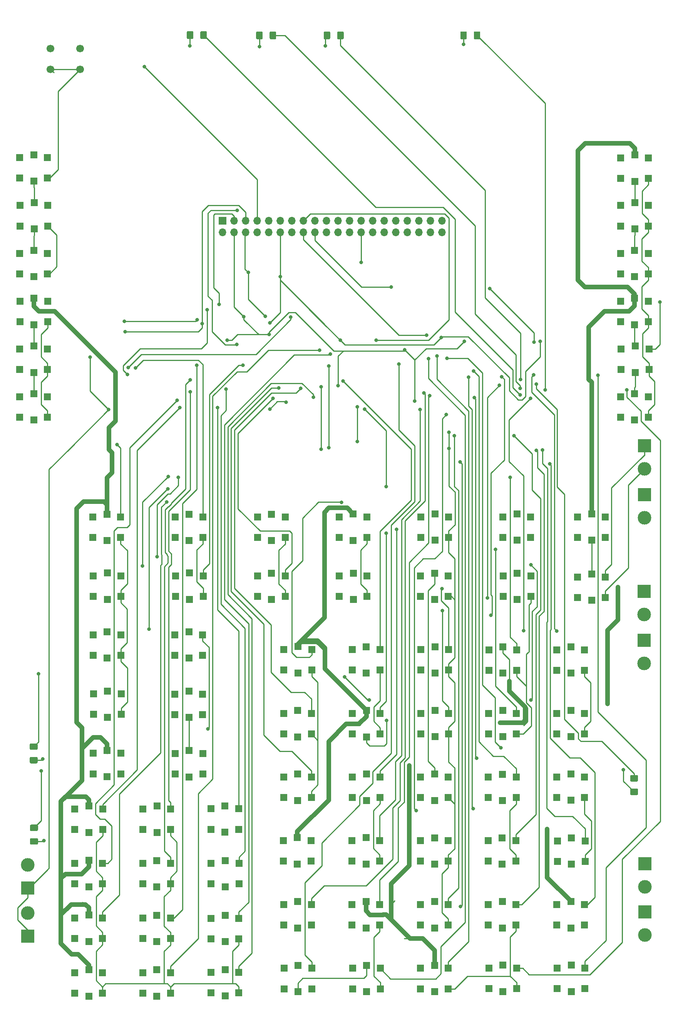
<source format=gtl>
%TF.GenerationSoftware,KiCad,Pcbnew,(5.1.10)-1*%
%TF.CreationDate,2022-01-05T11:20:31+00:00*%
%TF.ProjectId,opena3xx-mcdu,6f70656e-6133-4787-982d-6d6364752e6b,0.1*%
%TF.SameCoordinates,Original*%
%TF.FileFunction,Copper,L1,Top*%
%TF.FilePolarity,Positive*%
%FSLAX46Y46*%
G04 Gerber Fmt 4.6, Leading zero omitted, Abs format (unit mm)*
G04 Created by KiCad (PCBNEW (5.1.10)-1) date 2022-01-05 11:20:31*
%MOMM*%
%LPD*%
G01*
G04 APERTURE LIST*
%TA.AperFunction,ComponentPad*%
%ADD10C,3.000000*%
%TD*%
%TA.AperFunction,ComponentPad*%
%ADD11R,3.000000X3.000000*%
%TD*%
%TA.AperFunction,ComponentPad*%
%ADD12R,1.524000X1.524000*%
%TD*%
%TA.AperFunction,ComponentPad*%
%ADD13C,1.700000*%
%TD*%
%TA.AperFunction,ComponentPad*%
%ADD14O,1.700000X1.700000*%
%TD*%
%TA.AperFunction,ComponentPad*%
%ADD15R,1.700000X1.700000*%
%TD*%
%TA.AperFunction,ViaPad*%
%ADD16C,0.800000*%
%TD*%
%TA.AperFunction,Conductor*%
%ADD17C,0.250000*%
%TD*%
%TA.AperFunction,Conductor*%
%ADD18C,1.000000*%
%TD*%
G04 APERTURE END LIST*
D10*
X173507400Y-227352460D03*
D11*
X173507400Y-222272460D03*
D12*
X70168000Y-161328000D03*
X76268000Y-161328000D03*
X70168000Y-165828000D03*
X76268000Y-165828000D03*
X73268000Y-160678000D03*
X73268000Y-166478000D03*
D10*
X173380000Y-167589000D03*
D11*
X173380000Y-162509000D03*
D12*
X142304000Y-135420000D03*
X148404000Y-135420000D03*
X142304000Y-139920000D03*
X148404000Y-139920000D03*
X145404000Y-134770000D03*
X145404000Y-140570000D03*
X127370000Y-140570000D03*
X127370000Y-134770000D03*
X130370000Y-139920000D03*
X124270000Y-139920000D03*
X130370000Y-135420000D03*
X124270000Y-135420000D03*
D10*
X173380000Y-156896000D03*
D11*
X173380000Y-151816000D03*
D12*
X39145600Y-82657600D03*
X39145600Y-76857600D03*
X42145600Y-82007600D03*
X36045600Y-82007600D03*
X42145600Y-77507600D03*
X36045600Y-77507600D03*
X161812000Y-153778000D03*
X161812000Y-147978000D03*
X164812000Y-153128000D03*
X158712000Y-153128000D03*
X164812000Y-148628000D03*
X158712000Y-148628000D03*
X161812000Y-140570000D03*
X161812000Y-134770000D03*
X164812000Y-139920000D03*
X158712000Y-139920000D03*
X164812000Y-135420000D03*
X158712000Y-135420000D03*
D10*
X173469000Y-124841000D03*
D11*
X173469000Y-119761000D03*
D10*
X173469000Y-135636000D03*
D11*
X173469000Y-130556000D03*
D12*
X51272000Y-204755000D03*
X51272000Y-198955000D03*
X54272000Y-204105000D03*
X48172000Y-204105000D03*
X54272000Y-199605000D03*
X48172000Y-199605000D03*
D13*
X42824400Y-37033200D03*
X49324400Y-37033200D03*
X42824400Y-32533200D03*
X49324400Y-32533200D03*
D12*
X55259000Y-192538000D03*
X55259000Y-186738000D03*
X58259000Y-191888000D03*
X52159000Y-191888000D03*
X58259000Y-187388000D03*
X52159000Y-187388000D03*
X55361000Y-179482000D03*
X55361000Y-173682000D03*
X58361000Y-178832000D03*
X52261000Y-178832000D03*
X58361000Y-174332000D03*
X52261000Y-174332000D03*
X73319000Y-192563000D03*
X73319000Y-186763000D03*
X76319000Y-191913000D03*
X70219000Y-191913000D03*
X76319000Y-187413000D03*
X70219000Y-187413000D03*
X73243000Y-179508000D03*
X73243000Y-173708000D03*
X76243000Y-178858000D03*
X70143000Y-178858000D03*
X76243000Y-174358000D03*
X70143000Y-174358000D03*
X157342000Y-239757000D03*
X157342000Y-233957000D03*
X160342000Y-239107000D03*
X154242000Y-239107000D03*
X160342000Y-234607000D03*
X154242000Y-234607000D03*
X142305000Y-239757000D03*
X142305000Y-233957000D03*
X145305000Y-239107000D03*
X139205000Y-239107000D03*
X145305000Y-234607000D03*
X139205000Y-234607000D03*
X127294000Y-239782000D03*
X127294000Y-233982000D03*
X130294000Y-239132000D03*
X124194000Y-239132000D03*
X130294000Y-234632000D03*
X124194000Y-234632000D03*
X112333000Y-239782000D03*
X112333000Y-233982000D03*
X115333000Y-239132000D03*
X109233000Y-239132000D03*
X115333000Y-234632000D03*
X109233000Y-234632000D03*
X97271000Y-239782000D03*
X97271000Y-233982000D03*
X100271000Y-239132000D03*
X94171000Y-239132000D03*
X100271000Y-234632000D03*
X94171000Y-234632000D03*
X157266000Y-225787000D03*
X157266000Y-219987000D03*
X160266000Y-225137000D03*
X154166000Y-225137000D03*
X160266000Y-220637000D03*
X154166000Y-220637000D03*
X142178000Y-225761000D03*
X142178000Y-219961000D03*
X145178000Y-225111000D03*
X139078000Y-225111000D03*
X145178000Y-220611000D03*
X139078000Y-220611000D03*
X127294000Y-225787000D03*
X127294000Y-219987000D03*
X130294000Y-225137000D03*
X124194000Y-225137000D03*
X130294000Y-220637000D03*
X124194000Y-220637000D03*
X112206000Y-225787000D03*
X112206000Y-219987000D03*
X115206000Y-225137000D03*
X109106000Y-225137000D03*
X115206000Y-220637000D03*
X109106000Y-220637000D03*
X97169000Y-225761000D03*
X97169000Y-219961000D03*
X100169000Y-225111000D03*
X94069000Y-225111000D03*
X100169000Y-220611000D03*
X94069000Y-220611000D03*
X157367000Y-211766000D03*
X157367000Y-205966000D03*
X160367000Y-211116000D03*
X154267000Y-211116000D03*
X160367000Y-206616000D03*
X154267000Y-206616000D03*
X142153000Y-211740000D03*
X142153000Y-205940000D03*
X145153000Y-211090000D03*
X139053000Y-211090000D03*
X145153000Y-206590000D03*
X139053000Y-206590000D03*
X127294000Y-211740000D03*
X127294000Y-205940000D03*
X130294000Y-211090000D03*
X124194000Y-211090000D03*
X130294000Y-206590000D03*
X124194000Y-206590000D03*
X112206000Y-211715000D03*
X112206000Y-205915000D03*
X115206000Y-211065000D03*
X109106000Y-211065000D03*
X115206000Y-206565000D03*
X109106000Y-206565000D03*
X97093000Y-211715000D03*
X97093000Y-205915000D03*
X100093000Y-211065000D03*
X93993000Y-211065000D03*
X100093000Y-206565000D03*
X93993000Y-206565000D03*
X157240000Y-197720000D03*
X157240000Y-191920000D03*
X160240000Y-197070000D03*
X154140000Y-197070000D03*
X160240000Y-192570000D03*
X154140000Y-192570000D03*
X142204000Y-197770000D03*
X142204000Y-191970000D03*
X145204000Y-197120000D03*
X139104000Y-197120000D03*
X145204000Y-192620000D03*
X139104000Y-192620000D03*
X127268000Y-197745000D03*
X127268000Y-191945000D03*
X130268000Y-197095000D03*
X124168000Y-197095000D03*
X130268000Y-192595000D03*
X124168000Y-192595000D03*
X112308000Y-197745000D03*
X112308000Y-191945000D03*
X115308000Y-197095000D03*
X109208000Y-197095000D03*
X115308000Y-192595000D03*
X109208000Y-192595000D03*
X97195000Y-197745000D03*
X97195000Y-191945000D03*
X100195000Y-197095000D03*
X94095000Y-197095000D03*
X100195000Y-192595000D03*
X94095000Y-192595000D03*
X157240000Y-183750000D03*
X157240000Y-177950000D03*
X160240000Y-183100000D03*
X154140000Y-183100000D03*
X160240000Y-178600000D03*
X154140000Y-178600000D03*
X142280000Y-183750000D03*
X142280000Y-177950000D03*
X145280000Y-183100000D03*
X139180000Y-183100000D03*
X145280000Y-178600000D03*
X139180000Y-178600000D03*
X127345000Y-183750000D03*
X127345000Y-177950000D03*
X130345000Y-183100000D03*
X124245000Y-183100000D03*
X130345000Y-178600000D03*
X124245000Y-178600000D03*
X112308000Y-183775000D03*
X112308000Y-177975000D03*
X115308000Y-183125000D03*
X109208000Y-183125000D03*
X115308000Y-178625000D03*
X109208000Y-178625000D03*
X97169000Y-183775000D03*
X97169000Y-177975000D03*
X100169000Y-183125000D03*
X94069000Y-183125000D03*
X100169000Y-178625000D03*
X94069000Y-178625000D03*
X157266000Y-169780000D03*
X157266000Y-163980000D03*
X160266000Y-169130000D03*
X154166000Y-169130000D03*
X160266000Y-164630000D03*
X154166000Y-164630000D03*
X142305000Y-169780000D03*
X142305000Y-163980000D03*
X145305000Y-169130000D03*
X139205000Y-169130000D03*
X145305000Y-164630000D03*
X139205000Y-164630000D03*
X127345000Y-169754000D03*
X127345000Y-163954000D03*
X130345000Y-169104000D03*
X124245000Y-169104000D03*
X130345000Y-164604000D03*
X124245000Y-164604000D03*
X112257000Y-169754000D03*
X112257000Y-163954000D03*
X115257000Y-169104000D03*
X109157000Y-169104000D03*
X115257000Y-164604000D03*
X109157000Y-164604000D03*
X97246000Y-169729000D03*
X97246000Y-163929000D03*
X100246000Y-169079000D03*
X94146000Y-169079000D03*
X100246000Y-164579000D03*
X94146000Y-164579000D03*
X81218000Y-240696000D03*
X81218000Y-234896000D03*
X84218000Y-240046000D03*
X78118000Y-240046000D03*
X84218000Y-235546000D03*
X78118000Y-235546000D03*
X66192000Y-240750000D03*
X66192000Y-234950000D03*
X69192000Y-240100000D03*
X63092000Y-240100000D03*
X69192000Y-235600000D03*
X63092000Y-235600000D03*
X51232000Y-240750000D03*
X51232000Y-234950000D03*
X54232000Y-240100000D03*
X48132000Y-240100000D03*
X54232000Y-235600000D03*
X48132000Y-235600000D03*
X81218000Y-228784000D03*
X81218000Y-222984000D03*
X84218000Y-228134000D03*
X78118000Y-228134000D03*
X84218000Y-223634000D03*
X78118000Y-223634000D03*
X66181000Y-228758000D03*
X66181000Y-222958000D03*
X69181000Y-228108000D03*
X63081000Y-228108000D03*
X69181000Y-223608000D03*
X63081000Y-223608000D03*
X51246000Y-228733000D03*
X51246000Y-222933000D03*
X54246000Y-228083000D03*
X48146000Y-228083000D03*
X54246000Y-223583000D03*
X48146000Y-223583000D03*
X81244000Y-216744000D03*
X81244000Y-210944000D03*
X84244000Y-216094000D03*
X78144000Y-216094000D03*
X84244000Y-211594000D03*
X78144000Y-211594000D03*
X66181000Y-216744000D03*
X66181000Y-210944000D03*
X69181000Y-216094000D03*
X63081000Y-216094000D03*
X69181000Y-211594000D03*
X63081000Y-211594000D03*
X51246000Y-216719000D03*
X51246000Y-210919000D03*
X54246000Y-216069000D03*
X48146000Y-216069000D03*
X54246000Y-211569000D03*
X48146000Y-211569000D03*
X81193000Y-204730000D03*
X81193000Y-198930000D03*
X84193000Y-204080000D03*
X78093000Y-204080000D03*
X84193000Y-199580000D03*
X78093000Y-199580000D03*
X66232000Y-204755000D03*
X66232000Y-198955000D03*
X69232000Y-204105000D03*
X63132000Y-204105000D03*
X69232000Y-199605000D03*
X63132000Y-199605000D03*
X55285000Y-166478000D03*
X55285000Y-160678000D03*
X58285000Y-165828000D03*
X52185000Y-165828000D03*
X58285000Y-161328000D03*
X52185000Y-161328000D03*
X145429000Y-153574000D03*
X145429000Y-147774000D03*
X148429000Y-152924000D03*
X142329000Y-152924000D03*
X148429000Y-148424000D03*
X142329000Y-148424000D03*
X127294000Y-153574000D03*
X127294000Y-147774000D03*
X130294000Y-152924000D03*
X124194000Y-152924000D03*
X130294000Y-148424000D03*
X124194000Y-148424000D03*
X109412000Y-153574000D03*
X109412000Y-147774000D03*
X112412000Y-152924000D03*
X106312000Y-152924000D03*
X112412000Y-148424000D03*
X106312000Y-148424000D03*
X91429000Y-153574000D03*
X91429000Y-147774000D03*
X94429000Y-152924000D03*
X88329000Y-152924000D03*
X94429000Y-148424000D03*
X88329000Y-148424000D03*
X73395000Y-153549000D03*
X73395000Y-147749000D03*
X76395000Y-152899000D03*
X70295000Y-152899000D03*
X76395000Y-148399000D03*
X70295000Y-148399000D03*
X55310000Y-153549000D03*
X55310000Y-147749000D03*
X58310000Y-152899000D03*
X52210000Y-152899000D03*
X58310000Y-148399000D03*
X52210000Y-148399000D03*
X109387000Y-140595000D03*
X109387000Y-134795000D03*
X112387000Y-139945000D03*
X106287000Y-139945000D03*
X112387000Y-135445000D03*
X106287000Y-135445000D03*
X91429000Y-140620000D03*
X91429000Y-134820000D03*
X94429000Y-139970000D03*
X88329000Y-139970000D03*
X94429000Y-135470000D03*
X88329000Y-135470000D03*
X73319000Y-140620000D03*
X73319000Y-134820000D03*
X76319000Y-139970000D03*
X70219000Y-139970000D03*
X76319000Y-135470000D03*
X70219000Y-135470000D03*
X55234000Y-140620000D03*
X55234000Y-134820000D03*
X58234000Y-139970000D03*
X52134000Y-139970000D03*
X58234000Y-135470000D03*
X52134000Y-135470000D03*
X171261000Y-114154000D03*
X171261000Y-108354000D03*
X174261000Y-113504000D03*
X168161000Y-113504000D03*
X174261000Y-109004000D03*
X168161000Y-109004000D03*
X171414000Y-103688800D03*
X171414000Y-97888800D03*
X174414000Y-103038800D03*
X168314000Y-103038800D03*
X174414000Y-98538800D03*
X168314000Y-98538800D03*
X171261000Y-93173200D03*
X171261000Y-87373200D03*
X174261000Y-92523200D03*
X168161000Y-92523200D03*
X174261000Y-88023200D03*
X168161000Y-88023200D03*
X171276000Y-82657600D03*
X171276000Y-76857600D03*
X174276000Y-82007600D03*
X168176000Y-82007600D03*
X174276000Y-77507600D03*
X168176000Y-77507600D03*
X171312000Y-72142000D03*
X171312000Y-66342000D03*
X174312000Y-71492000D03*
X168212000Y-71492000D03*
X174312000Y-66992000D03*
X168212000Y-66992000D03*
X171312000Y-61677200D03*
X171312000Y-55877200D03*
X174312000Y-61027200D03*
X168212000Y-61027200D03*
X174312000Y-56527200D03*
X168212000Y-56527200D03*
X39130400Y-114154000D03*
X39130400Y-108354000D03*
X42130400Y-113504000D03*
X36030400Y-113504000D03*
X42130400Y-109004000D03*
X36030400Y-109004000D03*
X39120200Y-103688800D03*
X39120200Y-97888800D03*
X42120200Y-103038800D03*
X36020200Y-103038800D03*
X42120200Y-98538800D03*
X36020200Y-98538800D03*
X39181200Y-93173200D03*
X39181200Y-87373200D03*
X42181200Y-92523200D03*
X36081200Y-92523200D03*
X42181200Y-88023200D03*
X36081200Y-88023200D03*
X39232000Y-72142000D03*
X39232000Y-66342000D03*
X42232000Y-71492000D03*
X36132000Y-71492000D03*
X42232000Y-66992000D03*
X36132000Y-66992000D03*
X39130400Y-61626400D03*
X39130400Y-55826400D03*
X42130400Y-60976400D03*
X36030400Y-60976400D03*
X42130400Y-56476400D03*
X36030400Y-56476400D03*
D10*
X173507400Y-216735460D03*
D11*
X173507400Y-211655460D03*
D14*
X128904600Y-72847200D03*
X128904600Y-70307200D03*
X126364600Y-72847200D03*
X126364600Y-70307200D03*
X123824600Y-72847200D03*
X123824600Y-70307200D03*
X121284600Y-72847200D03*
X121284600Y-70307200D03*
X118744600Y-72847200D03*
X118744600Y-70307200D03*
X116204600Y-72847200D03*
X116204600Y-70307200D03*
X113664600Y-72847200D03*
X113664600Y-70307200D03*
X111124600Y-72847200D03*
X111124600Y-70307200D03*
X108584600Y-72847200D03*
X108584600Y-70307200D03*
X106044600Y-72847200D03*
X106044600Y-70307200D03*
X103504600Y-72847200D03*
X103504600Y-70307200D03*
X100964600Y-72847200D03*
X100964600Y-70307200D03*
X98424600Y-72847200D03*
X98424600Y-70307200D03*
X95884600Y-72847200D03*
X95884600Y-70307200D03*
X93344600Y-72847200D03*
X93344600Y-70307200D03*
X90804600Y-72847200D03*
X90804600Y-70307200D03*
X88264600Y-72847200D03*
X88264600Y-70307200D03*
X85724600Y-72847200D03*
X85724600Y-70307200D03*
X83184600Y-72847200D03*
X83184600Y-70307200D03*
X80644600Y-72847200D03*
D15*
X80644600Y-70307200D03*
D10*
X37782000Y-211925000D03*
D11*
X37782000Y-217005000D03*
D10*
X37782000Y-222529000D03*
D11*
X37782000Y-227609000D03*
%TA.AperFunction,SMDPad,CuDef*%
G36*
G01*
X39804000Y-204470000D02*
X38554000Y-204470000D01*
G75*
G02*
X38304000Y-204220000I0J250000D01*
G01*
X38304000Y-203295000D01*
G75*
G02*
X38554000Y-203045000I250000J0D01*
G01*
X39804000Y-203045000D01*
G75*
G02*
X40054000Y-203295000I0J-250000D01*
G01*
X40054000Y-204220000D01*
G75*
G02*
X39804000Y-204470000I-250000J0D01*
G01*
G37*
%TD.AperFunction*%
%TA.AperFunction,SMDPad,CuDef*%
G36*
G01*
X39804000Y-207445000D02*
X38554000Y-207445000D01*
G75*
G02*
X38304000Y-207195000I0J250000D01*
G01*
X38304000Y-206270000D01*
G75*
G02*
X38554000Y-206020000I250000J0D01*
G01*
X39804000Y-206020000D01*
G75*
G02*
X40054000Y-206270000I0J-250000D01*
G01*
X40054000Y-207195000D01*
G75*
G02*
X39804000Y-207445000I-250000J0D01*
G01*
G37*
%TD.AperFunction*%
%TA.AperFunction,SMDPad,CuDef*%
G36*
G01*
X171770000Y-193586000D02*
X170520000Y-193586000D01*
G75*
G02*
X170270000Y-193336000I0J250000D01*
G01*
X170270000Y-192411000D01*
G75*
G02*
X170520000Y-192161000I250000J0D01*
G01*
X171770000Y-192161000D01*
G75*
G02*
X172020000Y-192411000I0J-250000D01*
G01*
X172020000Y-193336000D01*
G75*
G02*
X171770000Y-193586000I-250000J0D01*
G01*
G37*
%TD.AperFunction*%
%TA.AperFunction,SMDPad,CuDef*%
G36*
G01*
X171770000Y-196561000D02*
X170520000Y-196561000D01*
G75*
G02*
X170270000Y-196311000I0J250000D01*
G01*
X170270000Y-195386000D01*
G75*
G02*
X170520000Y-195136000I250000J0D01*
G01*
X171770000Y-195136000D01*
G75*
G02*
X172020000Y-195386000I0J-250000D01*
G01*
X172020000Y-196311000D01*
G75*
G02*
X171770000Y-196561000I-250000J0D01*
G01*
G37*
%TD.AperFunction*%
%TA.AperFunction,SMDPad,CuDef*%
G36*
G01*
X39741000Y-186626000D02*
X38491000Y-186626000D01*
G75*
G02*
X38241000Y-186376000I0J250000D01*
G01*
X38241000Y-185451000D01*
G75*
G02*
X38491000Y-185201000I250000J0D01*
G01*
X39741000Y-185201000D01*
G75*
G02*
X39991000Y-185451000I0J-250000D01*
G01*
X39991000Y-186376000D01*
G75*
G02*
X39741000Y-186626000I-250000J0D01*
G01*
G37*
%TD.AperFunction*%
%TA.AperFunction,SMDPad,CuDef*%
G36*
G01*
X39741000Y-189601000D02*
X38491000Y-189601000D01*
G75*
G02*
X38241000Y-189351000I0J250000D01*
G01*
X38241000Y-188426000D01*
G75*
G02*
X38491000Y-188176000I250000J0D01*
G01*
X39741000Y-188176000D01*
G75*
G02*
X39991000Y-188426000I0J-250000D01*
G01*
X39991000Y-189351000D01*
G75*
G02*
X39741000Y-189601000I-250000J0D01*
G01*
G37*
%TD.AperFunction*%
%TA.AperFunction,SMDPad,CuDef*%
G36*
G01*
X105868000Y-30228700D02*
X105868000Y-28978700D01*
G75*
G02*
X106118000Y-28728700I250000J0D01*
G01*
X107043000Y-28728700D01*
G75*
G02*
X107293000Y-28978700I0J-250000D01*
G01*
X107293000Y-30228700D01*
G75*
G02*
X107043000Y-30478700I-250000J0D01*
G01*
X106118000Y-30478700D01*
G75*
G02*
X105868000Y-30228700I0J250000D01*
G01*
G37*
%TD.AperFunction*%
%TA.AperFunction,SMDPad,CuDef*%
G36*
G01*
X102893000Y-30228700D02*
X102893000Y-28978700D01*
G75*
G02*
X103143000Y-28728700I250000J0D01*
G01*
X104068000Y-28728700D01*
G75*
G02*
X104318000Y-28978700I0J-250000D01*
G01*
X104318000Y-30228700D01*
G75*
G02*
X104068000Y-30478700I-250000J0D01*
G01*
X103143000Y-30478700D01*
G75*
G02*
X102893000Y-30228700I0J250000D01*
G01*
G37*
%TD.AperFunction*%
%TA.AperFunction,SMDPad,CuDef*%
G36*
G01*
X91008000Y-30228700D02*
X91008000Y-28978700D01*
G75*
G02*
X91258000Y-28728700I250000J0D01*
G01*
X92183000Y-28728700D01*
G75*
G02*
X92433000Y-28978700I0J-250000D01*
G01*
X92433000Y-30228700D01*
G75*
G02*
X92183000Y-30478700I-250000J0D01*
G01*
X91258000Y-30478700D01*
G75*
G02*
X91008000Y-30228700I0J250000D01*
G01*
G37*
%TD.AperFunction*%
%TA.AperFunction,SMDPad,CuDef*%
G36*
G01*
X88033000Y-30228700D02*
X88033000Y-28978700D01*
G75*
G02*
X88283000Y-28728700I250000J0D01*
G01*
X89208000Y-28728700D01*
G75*
G02*
X89458000Y-28978700I0J-250000D01*
G01*
X89458000Y-30228700D01*
G75*
G02*
X89208000Y-30478700I-250000J0D01*
G01*
X88283000Y-30478700D01*
G75*
G02*
X88033000Y-30228700I0J250000D01*
G01*
G37*
%TD.AperFunction*%
%TA.AperFunction,SMDPad,CuDef*%
G36*
G01*
X135903000Y-30228700D02*
X135903000Y-28978700D01*
G75*
G02*
X136153000Y-28728700I250000J0D01*
G01*
X137078000Y-28728700D01*
G75*
G02*
X137328000Y-28978700I0J-250000D01*
G01*
X137328000Y-30228700D01*
G75*
G02*
X137078000Y-30478700I-250000J0D01*
G01*
X136153000Y-30478700D01*
G75*
G02*
X135903000Y-30228700I0J250000D01*
G01*
G37*
%TD.AperFunction*%
%TA.AperFunction,SMDPad,CuDef*%
G36*
G01*
X132928000Y-30228700D02*
X132928000Y-28978700D01*
G75*
G02*
X133178000Y-28728700I250000J0D01*
G01*
X134103000Y-28728700D01*
G75*
G02*
X134353000Y-28978700I0J-250000D01*
G01*
X134353000Y-30228700D01*
G75*
G02*
X134103000Y-30478700I-250000J0D01*
G01*
X133178000Y-30478700D01*
G75*
G02*
X132928000Y-30228700I0J250000D01*
G01*
G37*
%TD.AperFunction*%
%TA.AperFunction,SMDPad,CuDef*%
G36*
G01*
X75768000Y-30165200D02*
X75768000Y-28915200D01*
G75*
G02*
X76018000Y-28665200I250000J0D01*
G01*
X76943000Y-28665200D01*
G75*
G02*
X77193000Y-28915200I0J-250000D01*
G01*
X77193000Y-30165200D01*
G75*
G02*
X76943000Y-30415200I-250000J0D01*
G01*
X76018000Y-30415200D01*
G75*
G02*
X75768000Y-30165200I0J250000D01*
G01*
G37*
%TD.AperFunction*%
%TA.AperFunction,SMDPad,CuDef*%
G36*
G01*
X72793000Y-30165200D02*
X72793000Y-28915200D01*
G75*
G02*
X73043000Y-28665200I250000J0D01*
G01*
X73968000Y-28665200D01*
G75*
G02*
X74218000Y-28915200I0J-250000D01*
G01*
X74218000Y-30165200D01*
G75*
G02*
X73968000Y-30415200I-250000J0D01*
G01*
X73043000Y-30415200D01*
G75*
G02*
X72793000Y-30165200I0J250000D01*
G01*
G37*
%TD.AperFunction*%
D16*
X130464400Y-116839800D03*
X130464400Y-120409800D03*
X90043000Y-91349800D03*
X86309900Y-81680600D03*
X133837700Y-96826600D03*
X122922400Y-110000300D03*
X120654000Y-98679400D03*
X106060700Y-106553700D03*
X90874000Y-95342800D03*
X55604000Y-111836900D03*
X51535600Y-100324800D03*
X81668900Y-96594200D03*
X85320400Y-91405900D03*
X63452900Y-36462500D03*
X111124600Y-79471500D03*
X149164000Y-96976900D03*
X139437500Y-85221400D03*
X117770000Y-84892300D03*
X125519700Y-95471400D03*
X114409500Y-96588400D03*
X150500800Y-96864100D03*
X128721400Y-96025300D03*
X106521900Y-96602500D03*
X93344600Y-82575700D03*
X91059700Y-92768400D03*
X83746600Y-97478200D03*
X83843300Y-68019100D03*
X59183800Y-94703800D03*
X76127900Y-92962300D03*
X79919300Y-88723000D03*
X59078300Y-92454900D03*
X75076500Y-92068000D03*
X145501100Y-175703600D03*
X152044400Y-204012800D03*
X121716800Y-190093600D03*
X141732000Y-180644800D03*
X165303200Y-176479200D03*
X167640000Y-150876000D03*
X103073200Y-145338800D03*
X77224800Y-89917500D03*
X59764400Y-104158500D03*
X176837400Y-88167300D03*
X95653600Y-91494900D03*
X59884700Y-102572600D03*
X61500600Y-102696900D03*
X57458100Y-119521300D03*
X64474800Y-160112000D03*
X68656500Y-129290400D03*
X94646600Y-110181200D03*
X91037100Y-111703000D03*
X66246200Y-144182900D03*
X70941200Y-126720300D03*
X91704600Y-109391500D03*
X85110100Y-102119300D03*
X63061900Y-146164800D03*
X68677400Y-126566400D03*
X74982500Y-102066900D03*
X68349200Y-132108400D03*
X81446500Y-107380500D03*
X73505900Y-105342100D03*
X70647500Y-109803200D03*
X79517800Y-111439800D03*
X73537400Y-107938700D03*
X71225200Y-111444200D03*
X143917900Y-126688800D03*
X128906900Y-151226900D03*
X110244700Y-118843700D03*
X110244700Y-111277300D03*
X107114800Y-105536600D03*
X116593900Y-128761700D03*
X111846100Y-111735500D03*
X106844200Y-132206100D03*
X100596100Y-109079200D03*
X102022100Y-98821000D03*
X132992000Y-221083500D03*
X132886200Y-123364100D03*
X104374800Y-99654000D03*
X118932900Y-138142500D03*
X104028500Y-120190400D03*
X104028500Y-102296200D03*
X92992300Y-107082600D03*
X148493800Y-175703600D03*
X148437800Y-145973300D03*
X140678400Y-142548800D03*
X128957900Y-156028800D03*
X116644200Y-138981300D03*
X102319100Y-120564400D03*
X102319100Y-106866600D03*
X97815900Y-107208400D03*
X150998200Y-120686700D03*
X144706800Y-117597700D03*
X123273700Y-200008100D03*
X129854500Y-112967000D03*
X124106100Y-111796100D03*
X135802800Y-199511100D03*
X134777600Y-104707900D03*
X141860800Y-186195500D03*
X129969200Y-100571100D03*
X135874200Y-103351100D03*
X136552900Y-188420100D03*
X135989500Y-109162900D03*
X127782200Y-100037400D03*
X125978600Y-100628100D03*
X119420200Y-101866000D03*
X152587400Y-123729500D03*
X149683200Y-120821400D03*
X131650700Y-117583500D03*
X126198000Y-108758300D03*
X124928400Y-108161400D03*
X151562500Y-107481700D03*
X146104100Y-108632000D03*
X154146900Y-160480800D03*
X149070800Y-104196100D03*
X146816100Y-160466900D03*
X148398000Y-109369500D03*
X107500800Y-170604800D03*
X112897700Y-175703600D03*
X163205500Y-104327500D03*
X169548200Y-107524500D03*
X142017500Y-104596300D03*
X139622500Y-157031400D03*
X40782600Y-191216200D03*
X149639000Y-106227900D03*
X141558400Y-106526700D03*
X138870500Y-153207900D03*
X40146300Y-169915500D03*
X146218400Y-105186400D03*
X146126600Y-107163600D03*
X73464800Y-31912800D03*
X133640500Y-31588600D03*
X88795100Y-32041500D03*
X103239100Y-31912800D03*
X41141400Y-188601500D03*
X168797800Y-190986200D03*
X41361700Y-206598200D03*
X116732400Y-180135200D03*
X77438400Y-181994100D03*
D17*
X86309900Y-81680600D02*
X86309900Y-87616700D01*
X86309900Y-87616700D02*
X90043000Y-91349800D01*
X115308000Y-181737900D02*
X113920900Y-180350800D01*
X113920900Y-180350800D02*
X113920900Y-177194800D01*
X113920900Y-177194800D02*
X115257000Y-175858700D01*
X115257000Y-175858700D02*
X115257000Y-170491100D01*
X130464400Y-120409800D02*
X130464400Y-116839800D01*
X143917900Y-236332800D02*
X145305000Y-237719900D01*
X145178000Y-226498100D02*
X143917900Y-227758200D01*
X143917900Y-227758200D02*
X143917900Y-236332800D01*
X143917900Y-236332800D02*
X134480300Y-236332800D01*
X130294000Y-239132000D02*
X131681100Y-239132000D01*
X130987500Y-152924000D02*
X131732100Y-153668600D01*
X131732100Y-166329800D02*
X130345000Y-167716900D01*
X130370000Y-139920000D02*
X130370000Y-138532900D01*
X130464400Y-120409800D02*
X130464400Y-128671400D01*
X130464400Y-128671400D02*
X131757100Y-129964100D01*
X131757100Y-129964100D02*
X131757100Y-137145800D01*
X131757100Y-137145800D02*
X130370000Y-138532900D01*
X130294000Y-152924000D02*
X130987500Y-152924000D01*
X130345000Y-169104000D02*
X130345000Y-167716900D01*
X130345000Y-183100000D02*
X130345000Y-181712900D01*
X130345000Y-169104000D02*
X130345000Y-170491100D01*
X130345000Y-170491100D02*
X131732100Y-171878200D01*
X131732100Y-171878200D02*
X131732100Y-180325800D01*
X131732100Y-180325800D02*
X130345000Y-181712900D01*
X130345000Y-183100000D02*
X130345000Y-184487100D01*
X115206000Y-211065000D02*
X115206000Y-209677900D01*
X115308000Y-197095000D02*
X115308000Y-198482100D01*
X115308000Y-198482100D02*
X113818900Y-199971200D01*
X113818900Y-199971200D02*
X113818900Y-208290800D01*
X113818900Y-208290800D02*
X115206000Y-209677900D01*
X82830900Y-237965300D02*
X69939600Y-237965300D01*
X69939600Y-237965300D02*
X69192000Y-238712900D01*
X84218000Y-238658900D02*
X83524400Y-237965300D01*
X83524400Y-237965300D02*
X82830900Y-237965300D01*
X82830900Y-237965300D02*
X82830900Y-230908200D01*
X82830900Y-230908200D02*
X84218000Y-229521100D01*
X67804800Y-238019300D02*
X54925600Y-238019300D01*
X54925600Y-238019300D02*
X54232000Y-238712900D01*
X69192000Y-238712900D02*
X68498400Y-238019300D01*
X68498400Y-238019300D02*
X67804800Y-238019300D01*
X67804800Y-238019300D02*
X67804800Y-230871300D01*
X67804800Y-230871300D02*
X69181000Y-229495100D01*
X43535300Y-37744100D02*
X42824400Y-37033200D01*
X48613500Y-37744100D02*
X49324400Y-37033200D01*
X174414000Y-103038800D02*
X174414000Y-101651700D01*
X174261000Y-92523200D02*
X174261000Y-93910300D01*
X174261000Y-93910300D02*
X173026900Y-95144400D01*
X173026900Y-95144400D02*
X173026900Y-100264600D01*
X173026900Y-100264600D02*
X174414000Y-101651700D01*
X174261000Y-91829600D02*
X174261000Y-92523200D01*
X174261000Y-113504000D02*
X174261000Y-112116900D01*
X174414000Y-103038800D02*
X174414000Y-104425900D01*
X174414000Y-104425900D02*
X175648100Y-105660000D01*
X175648100Y-105660000D02*
X175648100Y-110729800D01*
X175648100Y-110729800D02*
X174261000Y-112116900D01*
X160367000Y-211116000D02*
X160367000Y-209728900D01*
X161754100Y-208341800D02*
X160367000Y-209728900D01*
X148429000Y-154311100D02*
X148005500Y-154734600D01*
X148005500Y-154734600D02*
X148005500Y-165042400D01*
X148429000Y-152924000D02*
X148429000Y-154311100D01*
X145305000Y-239107000D02*
X145305000Y-237719900D01*
X145178000Y-225111000D02*
X145178000Y-226498100D01*
X130370000Y-139920000D02*
X130370000Y-141307100D01*
X112387000Y-139945000D02*
X112387000Y-141332100D01*
X112412000Y-152924000D02*
X112412000Y-151536900D01*
X112412000Y-151536900D02*
X111024800Y-150149700D01*
X111024800Y-150149700D02*
X111024800Y-142694300D01*
X111024800Y-142694300D02*
X112387000Y-141332100D01*
X84218000Y-228134000D02*
X84218000Y-229521100D01*
X84218000Y-240046000D02*
X84218000Y-238658900D01*
X58285000Y-165828000D02*
X58285000Y-164440900D01*
X58310000Y-152899000D02*
X58310000Y-154286100D01*
X58310000Y-154286100D02*
X59672100Y-155648200D01*
X59672100Y-155648200D02*
X59672100Y-163053800D01*
X59672100Y-163053800D02*
X58285000Y-164440900D01*
X58310000Y-152205400D02*
X58310000Y-152899000D01*
X54246000Y-216069000D02*
X54246000Y-214681900D01*
X54272000Y-204105000D02*
X54272000Y-205492100D01*
X54272000Y-205492100D02*
X52858900Y-206905200D01*
X52858900Y-206905200D02*
X52858900Y-213294800D01*
X52858900Y-213294800D02*
X54246000Y-214681900D01*
X58234000Y-141357100D02*
X59697100Y-142820200D01*
X59697100Y-142820200D02*
X59697100Y-150124800D01*
X59697100Y-150124800D02*
X58310000Y-151511900D01*
X76395000Y-152899000D02*
X76395000Y-151075200D01*
X76395000Y-151075200D02*
X75007800Y-149688000D01*
X75007800Y-149688000D02*
X75007800Y-142668300D01*
X75007800Y-142668300D02*
X76319000Y-141357100D01*
X58361000Y-178832000D02*
X58361000Y-177444900D01*
X58285000Y-165828000D02*
X58285000Y-167215100D01*
X58285000Y-167215100D02*
X59748100Y-168678200D01*
X59748100Y-168678200D02*
X59748100Y-176057800D01*
X59748100Y-176057800D02*
X58361000Y-177444900D01*
X115333000Y-239132000D02*
X115333000Y-237744900D01*
X115206000Y-225137000D02*
X115206000Y-226524100D01*
X115206000Y-226524100D02*
X113945900Y-227784200D01*
X113945900Y-227784200D02*
X113945900Y-236357800D01*
X113945900Y-236357800D02*
X115333000Y-237744900D01*
X130294000Y-225137000D02*
X130294000Y-223749900D01*
X130294000Y-211090000D02*
X130294000Y-212477100D01*
X130294000Y-212477100D02*
X128906900Y-213864200D01*
X128906900Y-213864200D02*
X128906900Y-222362800D01*
X128906900Y-222362800D02*
X130294000Y-223749900D01*
X145153000Y-211090000D02*
X145153000Y-209702900D01*
X145204000Y-197120000D02*
X145204000Y-198507100D01*
X145204000Y-198507100D02*
X143765900Y-199945200D01*
X143765900Y-199945200D02*
X143765900Y-208315800D01*
X143765900Y-208315800D02*
X145153000Y-209702900D01*
X160240000Y-183100000D02*
X160240000Y-181712900D01*
X160266000Y-169130000D02*
X160266000Y-170517100D01*
X160266000Y-170517100D02*
X161627100Y-171878200D01*
X161627100Y-171878200D02*
X161627100Y-180325800D01*
X161627100Y-180325800D02*
X160240000Y-181712900D01*
X115308000Y-183125000D02*
X115308000Y-181737900D01*
X115257000Y-169104000D02*
X115257000Y-170491100D01*
X100246000Y-169079000D02*
X100246000Y-170466100D01*
X100246000Y-170466100D02*
X101556100Y-171776200D01*
X101556100Y-171776200D02*
X101556100Y-180350800D01*
X69181000Y-228108000D02*
X69181000Y-229495100D01*
X69192000Y-240100000D02*
X69192000Y-238712900D01*
X54246000Y-228083000D02*
X54246000Y-229470100D01*
X54232000Y-240100000D02*
X54232000Y-238712900D01*
X54232000Y-238712900D02*
X52844800Y-237325700D01*
X52844800Y-237325700D02*
X52844800Y-230871300D01*
X52844800Y-230871300D02*
X54246000Y-229470100D01*
X69181000Y-216094000D02*
X69181000Y-217481100D01*
X69181000Y-228108000D02*
X69181000Y-226720900D01*
X69181000Y-226720900D02*
X67793900Y-225333800D01*
X67793900Y-225333800D02*
X67793900Y-218868200D01*
X67793900Y-218868200D02*
X69181000Y-217481100D01*
X54246000Y-216069000D02*
X54246000Y-217456100D01*
X54246000Y-228083000D02*
X54246000Y-226695900D01*
X54246000Y-226695900D02*
X52858900Y-225308800D01*
X52858900Y-225308800D02*
X52858900Y-218843200D01*
X52858900Y-218843200D02*
X54246000Y-217456100D01*
X69232000Y-204105000D02*
X69232000Y-205492100D01*
X69181000Y-216094000D02*
X69181000Y-214706900D01*
X69181000Y-214706900D02*
X70609200Y-213278700D01*
X70609200Y-213278700D02*
X70609200Y-206869300D01*
X70609200Y-206869300D02*
X69232000Y-205492100D01*
X76319000Y-139970000D02*
X76319000Y-141357100D01*
X58310000Y-152205400D02*
X58310000Y-151511900D01*
X94429000Y-152924000D02*
X94429000Y-151536900D01*
X94429000Y-139970000D02*
X94429000Y-141357100D01*
X94429000Y-141357100D02*
X93041900Y-142744200D01*
X93041900Y-142744200D02*
X93041900Y-150149800D01*
X93041900Y-150149800D02*
X94429000Y-151536900D01*
X58234000Y-139970000D02*
X58234000Y-141357100D01*
X174261000Y-91829600D02*
X174261000Y-91136100D01*
X174276000Y-82007600D02*
X174276000Y-83394700D01*
X174276000Y-83394700D02*
X172873900Y-84796800D01*
X172873900Y-84796800D02*
X172873900Y-89749000D01*
X172873900Y-89749000D02*
X174261000Y-91136100D01*
X174276000Y-81314000D02*
X174276000Y-82007600D01*
X174276000Y-81314000D02*
X174276000Y-80620500D01*
X174312000Y-71492000D02*
X174312000Y-72879100D01*
X174312000Y-72879100D02*
X172888900Y-74302200D01*
X172888900Y-74302200D02*
X172888900Y-79233400D01*
X172888900Y-79233400D02*
X174276000Y-80620500D01*
X174312000Y-70798400D02*
X174312000Y-71492000D01*
X174312000Y-70798400D02*
X174312000Y-70104900D01*
X174312000Y-61027200D02*
X174312000Y-62414300D01*
X174312000Y-62414300D02*
X172924900Y-63801400D01*
X172924900Y-63801400D02*
X172924900Y-68717800D01*
X172924900Y-68717800D02*
X174312000Y-70104900D01*
X42130400Y-113504000D02*
X42130400Y-112116900D01*
X42120200Y-103038800D02*
X42120200Y-104425900D01*
X42120200Y-104425900D02*
X40743300Y-105802800D01*
X40743300Y-105802800D02*
X40743300Y-110729800D01*
X40743300Y-110729800D02*
X42130400Y-112116900D01*
X42120200Y-102345200D02*
X42120200Y-103038800D01*
X42120200Y-102345200D02*
X42120200Y-101651700D01*
X42181200Y-92523200D02*
X42181200Y-93910300D01*
X42181200Y-93910300D02*
X40733100Y-95358400D01*
X40733100Y-95358400D02*
X40733100Y-100264600D01*
X40733100Y-100264600D02*
X42120200Y-101651700D01*
X131681100Y-198508100D02*
X130268000Y-197095000D01*
X130294000Y-209702900D02*
X131681100Y-208315800D01*
X130294000Y-211090000D02*
X130294000Y-209702900D01*
X130345000Y-189258000D02*
X130345000Y-183100000D01*
X131681100Y-190594100D02*
X130345000Y-189258000D01*
X131681100Y-199026900D02*
X131681100Y-190594100D01*
X131681100Y-208315800D02*
X131681100Y-199026900D01*
X131681100Y-199026900D02*
X131681100Y-198508100D01*
X160240000Y-200713800D02*
X161754100Y-202227900D01*
X160240000Y-197070000D02*
X160240000Y-200713800D01*
X161754100Y-202227900D02*
X161754100Y-208341800D01*
X134480300Y-236332800D02*
X131681100Y-239132000D01*
X131732100Y-153668600D02*
X131732100Y-154424300D01*
X131732100Y-154424300D02*
X131732100Y-166329800D01*
X131732100Y-151594900D02*
X131732100Y-144584500D01*
X131732100Y-154424300D02*
X131732100Y-151594900D01*
X131732100Y-151594900D02*
X131732100Y-151086900D01*
X130370000Y-143222400D02*
X130370000Y-139920000D01*
X131732100Y-144584500D02*
X130370000Y-143222400D01*
X145305000Y-170517100D02*
X145305000Y-169130000D01*
X147438600Y-172650700D02*
X145305000Y-170517100D01*
X147438600Y-165609300D02*
X147760950Y-165286950D01*
X147438600Y-172855400D02*
X147438600Y-165609300D01*
X148005500Y-165042400D02*
X147760950Y-165286950D01*
X147438600Y-172855400D02*
X147438600Y-172650700D01*
X86309900Y-81680600D02*
X85598000Y-80968700D01*
X85598000Y-72973800D02*
X85724600Y-72847200D01*
X85598000Y-80968700D02*
X85598000Y-72973800D01*
X42145600Y-82007600D02*
X42604800Y-82007600D01*
X42604800Y-82007600D02*
X44196000Y-80416400D01*
X44196000Y-73456000D02*
X42232000Y-71492000D01*
X44196000Y-80416400D02*
X44196000Y-73456000D01*
X42130400Y-60976400D02*
X42604800Y-60976400D01*
X42604800Y-60976400D02*
X44500800Y-59080400D01*
X44500800Y-41856800D02*
X49324400Y-37033200D01*
X44500800Y-59080400D02*
X44500800Y-41856800D01*
X42824400Y-37033200D02*
X49324400Y-37033200D01*
X101582100Y-184538100D02*
X100169000Y-183125000D01*
X101582100Y-194320800D02*
X101582100Y-184538100D01*
X100195000Y-195707900D02*
X101582100Y-194320800D01*
X100195000Y-197095000D02*
X100195000Y-195707900D01*
X101582100Y-180376800D02*
X101556100Y-180350800D01*
X101582100Y-184538100D02*
X101582100Y-180376800D01*
X145280000Y-183100000D02*
X146744400Y-183100000D01*
X146744400Y-183100000D02*
X148539200Y-181305200D01*
X148539200Y-177359600D02*
X147438600Y-176259000D01*
X148539200Y-181305200D02*
X148539200Y-177359600D01*
X147438600Y-176259000D02*
X147438600Y-172855400D01*
X106152700Y-99980800D02*
X106060700Y-100072800D01*
X106060700Y-100072800D02*
X106060700Y-106553700D01*
X90874000Y-95342800D02*
X90874000Y-94806100D01*
X90874000Y-94806100D02*
X95222500Y-90457600D01*
X95222500Y-90457600D02*
X96629500Y-90457600D01*
X107202700Y-98930800D02*
X106152700Y-99980800D01*
X122922400Y-100947800D02*
X120905700Y-98931100D01*
X120905700Y-98931100D02*
X120905700Y-98930900D01*
X120905700Y-98930900D02*
X120905600Y-98930800D01*
X120905600Y-98930800D02*
X120905400Y-98930800D01*
X120905400Y-98930800D02*
X120654000Y-98679400D01*
X133837700Y-96826600D02*
X132230600Y-98433700D01*
X132230600Y-98433700D02*
X125436500Y-98433700D01*
X125436500Y-98433700D02*
X122922400Y-100947800D01*
X122922400Y-110000300D02*
X122922400Y-100947800D01*
X85320400Y-91405900D02*
X85320400Y-92073300D01*
X85320400Y-92073300D02*
X85755100Y-92508000D01*
X85755100Y-92508000D02*
X88589900Y-95342800D01*
X83184600Y-74322300D02*
X83184600Y-89270100D01*
X83184600Y-89270100D02*
X85320400Y-91405900D01*
X55604000Y-111836900D02*
X51535600Y-107768500D01*
X51535600Y-107768500D02*
X51535600Y-100324800D01*
X83184600Y-72847200D02*
X83184600Y-74322300D01*
X81668900Y-96594200D02*
X82679000Y-96594200D01*
X83930400Y-95342800D02*
X88959600Y-95342800D01*
X82679000Y-96594200D02*
X83930400Y-95342800D01*
X88959600Y-95342800D02*
X90874000Y-95342800D01*
X88589900Y-95342800D02*
X88959600Y-95342800D01*
X105102700Y-98930800D02*
X96629500Y-90457600D01*
X108079200Y-98930800D02*
X105102700Y-98930800D01*
X120905400Y-98930800D02*
X108079200Y-98930800D01*
X108079200Y-98930800D02*
X107202700Y-98930800D01*
X42497150Y-124943750D02*
X46992050Y-120448850D01*
X42497150Y-212575550D02*
X42497150Y-124943750D01*
X46992050Y-120448850D02*
X55604000Y-111836900D01*
X37782000Y-217005000D02*
X37782000Y-217290700D01*
X37782000Y-217576400D02*
X37782000Y-217290700D01*
X37782000Y-227609000D02*
X37782000Y-226199200D01*
X42090750Y-212981950D02*
X42090750Y-212976050D01*
X42090750Y-212981950D02*
X42497150Y-212575550D01*
X37782000Y-226199200D02*
X35610800Y-224028000D01*
X35610800Y-221301300D02*
X37782000Y-219130100D01*
X35610800Y-224028000D02*
X35610800Y-221301300D01*
X37782000Y-219130100D02*
X37782000Y-217576400D01*
X37782000Y-217290700D02*
X42090750Y-212981950D01*
X42090750Y-212976050D02*
X42468800Y-212598000D01*
X88264600Y-70307200D02*
X88264600Y-61274200D01*
X88264600Y-61274200D02*
X63452900Y-36462500D01*
X111124600Y-72847200D02*
X111124600Y-79471500D01*
X139437500Y-85221400D02*
X149164000Y-94947900D01*
X149164000Y-94947900D02*
X149164000Y-96976900D01*
X100964600Y-72847200D02*
X100964600Y-74650200D01*
X111206700Y-84892300D02*
X113797500Y-84892300D01*
X100964600Y-74650200D02*
X111206700Y-84892300D01*
X113797500Y-84892300D02*
X117770000Y-84892300D01*
X98424600Y-72847200D02*
X98424600Y-74497800D01*
X119398200Y-95471400D02*
X123984600Y-95471400D01*
X98424600Y-74497800D02*
X119398200Y-95471400D01*
X123984600Y-95471400D02*
X125519700Y-95471400D01*
X98424600Y-70307200D02*
X99956100Y-68775700D01*
X99956100Y-68775700D02*
X129462400Y-68775700D01*
X129462400Y-68775700D02*
X130431400Y-69744700D01*
X130431400Y-69744700D02*
X130431400Y-92079000D01*
X130431400Y-92079000D02*
X125922000Y-96588400D01*
X125922000Y-96588400D02*
X114409500Y-96588400D01*
X93344600Y-89702400D02*
X93344600Y-90483500D01*
X93344600Y-90483500D02*
X91059700Y-92768400D01*
X128721400Y-96025300D02*
X128955300Y-95791400D01*
X128955300Y-95791400D02*
X134671100Y-95791400D01*
X134671100Y-95791400D02*
X143693100Y-104813400D01*
X143693100Y-104813400D02*
X143693100Y-107677800D01*
X143693100Y-107677800D02*
X145707500Y-109692200D01*
X145707500Y-109692200D02*
X146534500Y-109692200D01*
X146534500Y-109692200D02*
X147282000Y-108944700D01*
X147282000Y-108944700D02*
X147282000Y-103408200D01*
X147282000Y-103408200D02*
X150500800Y-100189400D01*
X150500800Y-100189400D02*
X150500800Y-96864100D01*
X106521900Y-96602500D02*
X107555000Y-97635600D01*
X107555000Y-97635600D02*
X127111100Y-97635600D01*
X127111100Y-97635600D02*
X128721400Y-96025300D01*
X93344600Y-72847200D02*
X93344600Y-82575700D01*
X93344600Y-83387800D02*
X93344600Y-89702400D01*
X103105300Y-93185900D02*
X103105300Y-93148500D01*
X93344600Y-82575700D02*
X93344600Y-83387800D01*
X99621800Y-89702400D02*
X103105300Y-93185900D01*
X103105300Y-93148500D02*
X93344600Y-83387800D01*
X103105300Y-93185900D02*
X106521900Y-96602500D01*
X79504100Y-68019100D02*
X83843300Y-68019100D01*
X77470000Y-68630800D02*
X78081700Y-68019100D01*
X77470000Y-86918800D02*
X77470000Y-68630800D01*
X78373900Y-94754900D02*
X78373900Y-87822700D01*
X78373900Y-87822700D02*
X77470000Y-86918800D01*
X81238400Y-97619400D02*
X78373900Y-94754900D01*
X83605400Y-97619400D02*
X81238400Y-97619400D01*
X78081700Y-68019100D02*
X79504100Y-68019100D01*
X83746600Y-97478200D02*
X83605400Y-97619400D01*
X84233600Y-66958200D02*
X85724600Y-68449200D01*
X85724600Y-68449200D02*
X85724600Y-70307200D01*
X76127900Y-68347300D02*
X77517000Y-66958200D01*
X77517000Y-66958200D02*
X84233600Y-66958200D01*
X76127900Y-92962300D02*
X76127900Y-68347300D01*
X59183800Y-94703800D02*
X75323800Y-94703800D01*
X76127900Y-93899700D02*
X76127900Y-92962300D01*
X75323800Y-94703800D02*
X76127900Y-93899700D01*
X75076500Y-92068000D02*
X74689600Y-92454900D01*
X74689600Y-92454900D02*
X59078300Y-92454900D01*
X83184600Y-69317000D02*
X83184600Y-70307200D01*
X82699700Y-68832100D02*
X83184600Y-69317000D01*
X78945100Y-68832100D02*
X82699700Y-68832100D01*
X78689200Y-69088000D02*
X78945100Y-68832100D01*
X78689200Y-85039200D02*
X78689200Y-69088000D01*
X79919300Y-86269300D02*
X78689200Y-85039200D01*
X79919300Y-88723000D02*
X79919300Y-86269300D01*
X142305000Y-165367100D02*
X143692100Y-166754200D01*
X143692100Y-173894600D02*
X145501100Y-175703600D01*
X142305000Y-163980000D02*
X142305000Y-165367100D01*
X101323700Y-163191800D02*
X97983200Y-163191800D01*
X97983200Y-163191800D02*
X97246000Y-163929000D01*
X55259000Y-187431500D02*
X55259000Y-186738000D01*
X51246000Y-222933000D02*
X51246000Y-221545900D01*
X51246000Y-221545900D02*
X49858900Y-220158800D01*
X101323700Y-163191800D02*
X103167400Y-165035500D01*
X127294000Y-150175600D02*
X127294000Y-147774000D01*
X125883900Y-151585700D02*
X127294000Y-150175600D01*
X125880900Y-151585700D02*
X125883900Y-151585700D01*
X125880900Y-189170800D02*
X125880900Y-151585700D01*
X127268000Y-190557900D02*
X125880900Y-189170800D01*
X127268000Y-191945000D02*
X127268000Y-190557900D01*
X113098800Y-222877600D02*
X115409500Y-222877600D01*
D18*
X157266000Y-219987000D02*
X157266000Y-219902400D01*
X157266000Y-219902400D02*
X152044400Y-214680800D01*
X152044400Y-214680800D02*
X152044400Y-204012800D01*
X152044400Y-204012800D02*
X152044400Y-204012800D01*
X51232000Y-234950000D02*
X51232000Y-233908800D01*
X51232000Y-233908800D02*
X48869600Y-231546400D01*
X48869600Y-231546400D02*
X47447200Y-231546400D01*
X47447200Y-231546400D02*
X45110400Y-229209600D01*
X45110400Y-222859600D02*
X47345600Y-220624400D01*
X47345600Y-220624400D02*
X50546000Y-220624400D01*
X51246000Y-221324400D02*
X51246000Y-222933000D01*
X50546000Y-220624400D02*
X51246000Y-221324400D01*
X45110400Y-229209600D02*
X45110400Y-223977200D01*
X45110400Y-223977200D02*
X45110400Y-222859600D01*
X45110400Y-214884000D02*
X46075600Y-213918800D01*
X49633300Y-213918800D02*
X51156450Y-212395650D01*
X46075600Y-213918800D02*
X49633300Y-213918800D01*
D17*
X51156450Y-212395650D02*
X51246000Y-212306100D01*
X49858900Y-213693200D02*
X51156450Y-212395650D01*
D18*
X51246000Y-212306100D02*
X51246000Y-210919000D01*
X45110400Y-215849200D02*
X45110400Y-197916800D01*
X45110400Y-223977200D02*
X45110400Y-215849200D01*
X45110400Y-215849200D02*
X45110400Y-214884000D01*
X50604900Y-196900800D02*
X51272000Y-197567900D01*
X46126400Y-196900800D02*
X50604900Y-196900800D01*
X51272000Y-198955000D02*
X51272000Y-197567900D01*
X45720000Y-197307200D02*
X45770800Y-197307200D01*
X45110400Y-197916800D02*
X45720000Y-197307200D01*
X45720000Y-197307200D02*
X46126400Y-196900800D01*
X45770800Y-197307200D02*
X49733200Y-193344800D01*
X49733200Y-186334400D02*
X52171600Y-183896000D01*
X53804100Y-183896000D02*
X55172250Y-185264150D01*
D17*
X55172250Y-185264150D02*
X53846900Y-183938800D01*
D18*
X52171600Y-183896000D02*
X53804100Y-183896000D01*
X55259000Y-185350900D02*
X55172250Y-185264150D01*
X55259000Y-186738000D02*
X55259000Y-185350900D01*
X49733200Y-188061600D02*
X49733200Y-181762400D01*
X49733200Y-193344800D02*
X49733200Y-188061600D01*
X49733200Y-188061600D02*
X49733200Y-186334400D01*
X49733200Y-181762400D02*
X48564800Y-180594000D01*
X48564800Y-180594000D02*
X48564800Y-133553200D01*
X48564800Y-133553200D02*
X50088800Y-132029200D01*
X50088800Y-132029200D02*
X54559200Y-132029200D01*
X55234000Y-132704000D02*
X55234000Y-134820000D01*
X54559200Y-132029200D02*
X55234000Y-132704000D01*
X97246000Y-163929000D02*
X97246000Y-163459600D01*
X97246000Y-163459600D02*
X98044000Y-162661600D01*
X98044000Y-162661600D02*
X101600000Y-162661600D01*
X103167400Y-164229000D02*
X103167400Y-168206200D01*
X101600000Y-162661600D02*
X103167400Y-164229000D01*
D17*
X103167400Y-168206200D02*
X103167400Y-168343800D01*
X103167400Y-165035500D02*
X103167400Y-168206200D01*
D18*
X103167400Y-168834400D02*
X112308000Y-177975000D01*
X103167400Y-168343800D02*
X103167400Y-168834400D01*
X97093000Y-205915000D02*
X97093000Y-204527900D01*
X97093000Y-204527900D02*
X103972850Y-197648050D01*
X103972850Y-197648050D02*
X103972850Y-184825150D01*
X107859400Y-180938600D02*
X110731500Y-180938600D01*
X103972850Y-184825150D02*
X107859400Y-180938600D01*
X110731500Y-180938600D02*
X110731500Y-180860500D01*
X112308000Y-179284000D02*
X112308000Y-177975000D01*
X110731500Y-180860500D02*
X112308000Y-179284000D01*
X97246000Y-163929000D02*
X97246000Y-163408800D01*
X97246000Y-163408800D02*
X103073200Y-157581600D01*
X103073200Y-157581600D02*
X103073200Y-145338800D01*
X103073200Y-134416800D02*
X104038400Y-133451600D01*
X108043600Y-133451600D02*
X109387000Y-134795000D01*
X104038400Y-133451600D02*
X108043600Y-133451600D01*
X112206000Y-221984800D02*
X113098800Y-222877600D01*
X112206000Y-219987000D02*
X112206000Y-221984800D01*
X115910602Y-222877600D02*
X115928602Y-222859600D01*
X113098800Y-222877600D02*
X115910602Y-222877600D01*
X115928602Y-222859600D02*
X116661452Y-222859600D01*
D17*
X120636926Y-228105074D02*
X121906926Y-228105074D01*
D18*
X124676274Y-228105074D02*
X127294000Y-230722800D01*
X122110126Y-228105074D02*
X124676274Y-228105074D01*
D17*
X121906926Y-228105074D02*
X122110126Y-228105074D01*
D18*
X127294000Y-230722800D02*
X127294000Y-233982000D01*
D17*
X118521350Y-219765750D02*
X118511450Y-219765750D01*
X118046138Y-220240962D02*
X118521350Y-219765750D01*
X118511450Y-219765750D02*
X117741326Y-220535874D01*
X117741326Y-220535874D02*
X117741326Y-223939474D01*
D18*
X117741326Y-223939474D02*
X121906926Y-228105074D01*
X116661452Y-222859600D02*
X117741326Y-223939474D01*
X39181200Y-89117600D02*
X39181200Y-87373200D01*
X40284400Y-90220800D02*
X39181200Y-89117600D01*
X43738800Y-90220800D02*
X40284400Y-90220800D01*
X57099200Y-114401600D02*
X57099200Y-103581200D01*
X55702200Y-115798600D02*
X57099200Y-114401600D01*
X57099200Y-103581200D02*
X43738800Y-90220800D01*
X55702200Y-120624600D02*
X55702200Y-115798600D01*
X56358099Y-121280499D02*
X55702200Y-120624600D01*
X56358099Y-125709101D02*
X56358099Y-121280499D01*
X55234000Y-126833200D02*
X56358099Y-125709101D01*
X55234000Y-134820000D02*
X55234000Y-126833200D01*
X117741326Y-223939474D02*
X117741326Y-216014674D01*
X117741326Y-216014674D02*
X121716800Y-212039200D01*
X121716800Y-212039200D02*
X121716800Y-190093600D01*
X164642800Y-90271600D02*
X170027600Y-90271600D01*
X161188400Y-93726000D02*
X164642800Y-90271600D01*
X171261000Y-89038200D02*
X171261000Y-87373200D01*
X170027600Y-90271600D02*
X171261000Y-89038200D01*
X161188400Y-105206800D02*
X161188400Y-93726000D01*
X161812000Y-105830400D02*
X161188400Y-105206800D01*
X161812000Y-134770000D02*
X161812000Y-105830400D01*
X171261000Y-87373200D02*
X171261000Y-86425000D01*
X171261000Y-86425000D02*
X169722800Y-84886800D01*
X169722800Y-84886800D02*
X160324800Y-84886800D01*
X160324800Y-84886800D02*
X158800800Y-83362800D01*
X158800800Y-83362800D02*
X158800800Y-54965600D01*
X158800800Y-54965600D02*
X160426400Y-53340000D01*
X160426400Y-53340000D02*
X170230800Y-53340000D01*
X171312000Y-54421200D02*
X171312000Y-55877200D01*
X170230800Y-53340000D02*
X171312000Y-54421200D01*
D17*
X146036400Y-175703600D02*
X145501100Y-175703600D01*
X147726400Y-177393600D02*
X146036400Y-175703600D01*
X147726400Y-180390800D02*
X147726400Y-177393600D01*
X146844600Y-181272600D02*
X147726400Y-180390800D01*
D18*
X143692100Y-173679240D02*
X143692100Y-171530500D01*
X146659600Y-180644800D02*
X147218400Y-180086000D01*
X141732000Y-180644800D02*
X146659600Y-180644800D01*
X147218400Y-177205540D02*
X143692100Y-173679240D01*
D17*
X143692100Y-171530500D02*
X143692100Y-173894600D01*
D18*
X147218400Y-180086000D02*
X147218400Y-177205540D01*
D17*
X143692100Y-166754200D02*
X143692100Y-171530500D01*
D18*
X165303200Y-176479200D02*
X165303200Y-160375600D01*
X167640000Y-158038800D02*
X167640000Y-150876000D01*
X165303200Y-160375600D02*
X167640000Y-158038800D01*
X103073200Y-145338800D02*
X103073200Y-134416800D01*
D17*
X59764400Y-104158500D02*
X58826000Y-103220100D01*
X58826000Y-103220100D02*
X58826000Y-102140500D01*
X62550850Y-98415650D02*
X75980750Y-98415650D01*
X58826000Y-102140500D02*
X62550850Y-98415650D01*
X77224800Y-97171600D02*
X77224800Y-92040800D01*
X75980750Y-98415650D02*
X77224800Y-97171600D01*
X77224800Y-92040800D02*
X77224800Y-89917500D01*
X175801100Y-98538800D02*
X176837400Y-97502500D01*
X176837400Y-97502500D02*
X176837400Y-88167300D01*
X174414000Y-98538800D02*
X175801100Y-98538800D01*
X95653600Y-91494900D02*
X95653600Y-92013000D01*
X95653600Y-92013000D02*
X87986100Y-99680500D01*
X87986100Y-99680500D02*
X62776800Y-99680500D01*
X62776800Y-99680500D02*
X59884700Y-102572600D01*
X76319000Y-134082900D02*
X76319000Y-101953700D01*
X76319000Y-101953700D02*
X75352700Y-100987400D01*
X75352700Y-100987400D02*
X63210100Y-100987400D01*
X63210100Y-100987400D02*
X61500600Y-102696900D01*
X76319000Y-135470000D02*
X76319000Y-134082900D01*
X58234000Y-120297200D02*
X57458100Y-119521300D01*
X58234000Y-135470000D02*
X58234000Y-120297200D01*
X64474800Y-160112000D02*
X64474800Y-133339500D01*
X64474800Y-133339500D02*
X68523900Y-129290400D01*
X68523900Y-129290400D02*
X68656500Y-129290400D01*
X91037100Y-111703000D02*
X92656500Y-110083600D01*
X94549000Y-110083600D02*
X94646600Y-110181200D01*
X92656500Y-110083600D02*
X94549000Y-110083600D01*
X70941200Y-126720300D02*
X70941200Y-128528700D01*
X70941200Y-128528700D02*
X69129300Y-130340600D01*
X69129300Y-130340600D02*
X68664100Y-130340600D01*
X68664100Y-130340600D02*
X66246200Y-132758500D01*
X66246200Y-132758500D02*
X66246200Y-144182900D01*
X94429000Y-147036900D02*
X95858900Y-145607000D01*
X95858900Y-145607000D02*
X95858900Y-138982600D01*
X95858900Y-138982600D02*
X95415200Y-138538900D01*
X95415200Y-138538900D02*
X88945200Y-138538900D01*
X88945200Y-138538900D02*
X84045300Y-133639000D01*
X84045300Y-133639000D02*
X84045300Y-117050800D01*
X84045300Y-117050800D02*
X91704600Y-109391500D01*
X94429000Y-148424000D02*
X94429000Y-147036900D01*
X76395000Y-148399000D02*
X76395000Y-147011900D01*
X85110100Y-102119300D02*
X84162900Y-102119300D01*
X84162900Y-102119300D02*
X77732400Y-108549800D01*
X77732400Y-108549800D02*
X77732400Y-145674500D01*
X77732400Y-145674500D02*
X76395000Y-147011900D01*
X68677400Y-126566400D02*
X63061900Y-132181900D01*
X63061900Y-132181900D02*
X63061900Y-146164800D01*
X74982500Y-129374300D02*
X74982500Y-102066900D01*
X71855900Y-132500900D02*
X74982500Y-129374300D01*
X71855900Y-221717300D02*
X71855900Y-132500900D01*
X69965200Y-223608000D02*
X71855900Y-221717300D01*
X69181000Y-223608000D02*
X69965200Y-223608000D01*
X54246000Y-222195900D02*
X57916700Y-218525200D01*
X57916700Y-218525200D02*
X57916700Y-196365600D01*
X57916700Y-196365600D02*
X67021600Y-187260700D01*
X67021600Y-187260700D02*
X67021600Y-146097400D01*
X67021600Y-146097400D02*
X67299700Y-145819300D01*
X67299700Y-145819300D02*
X67299700Y-143746800D01*
X67299700Y-143746800D02*
X67195400Y-143642500D01*
X67195400Y-143642500D02*
X67195400Y-133262200D01*
X67195400Y-133262200D02*
X68349200Y-132108400D01*
X54246000Y-223583000D02*
X54246000Y-222195900D01*
X81446500Y-111991100D02*
X81446500Y-107380500D01*
X80294700Y-113142900D02*
X81446500Y-111991100D01*
X80294700Y-154604500D02*
X80294700Y-113142900D01*
X85580200Y-159890000D02*
X80294700Y-154604500D01*
X85580200Y-208870700D02*
X85580200Y-159890000D01*
X84244000Y-210206900D02*
X85580200Y-208870700D01*
X84244000Y-211594000D02*
X84244000Y-210206900D01*
X69181000Y-210206900D02*
X67844800Y-208870700D01*
X67844800Y-208870700D02*
X67844800Y-146335100D01*
X67844800Y-146335100D02*
X68661500Y-145518400D01*
X68661500Y-145518400D02*
X68661500Y-144047800D01*
X68661500Y-144047800D02*
X68429200Y-143815500D01*
X68429200Y-143815500D02*
X68429200Y-143658800D01*
X68429200Y-143658800D02*
X67990900Y-143220500D01*
X67990900Y-143220500D02*
X67990900Y-133831200D01*
X67990900Y-133831200D02*
X68688600Y-133133500D01*
X68688600Y-133133500D02*
X68773800Y-133133500D01*
X68773800Y-133133500D02*
X69374300Y-132533000D01*
X69374300Y-132533000D02*
X69374300Y-132362500D01*
X69374300Y-132362500D02*
X72486300Y-129250500D01*
X72486300Y-129250500D02*
X72486300Y-106361700D01*
X72486300Y-106361700D02*
X73505900Y-105342100D01*
X69181000Y-211594000D02*
X69181000Y-210206900D01*
X55385000Y-211569000D02*
X54246000Y-211569000D01*
X70647500Y-109803200D02*
X60278750Y-120171950D01*
X60278750Y-120171950D02*
X60278750Y-137180850D01*
X56286400Y-203352400D02*
X56286400Y-210667600D01*
X60278750Y-137180850D02*
X59690000Y-137769600D01*
X59690000Y-137769600D02*
X57556400Y-137769600D01*
X56794400Y-194308500D02*
X52679600Y-198423300D01*
X54762400Y-201828400D02*
X56286400Y-203352400D01*
X57556400Y-137769600D02*
X56794400Y-138531600D01*
X56286400Y-210667600D02*
X55385000Y-211569000D01*
X52679600Y-198423300D02*
X52679600Y-200812400D01*
X56794400Y-138531600D02*
X56794400Y-194308500D01*
X52679600Y-200812400D02*
X53695600Y-201828400D01*
X53695600Y-201828400D02*
X54762400Y-201828400D01*
X79517800Y-155838600D02*
X79517800Y-111439800D01*
X84193000Y-160513800D02*
X79517800Y-155838600D01*
X84193000Y-199580000D02*
X84193000Y-160513800D01*
X69232000Y-198217900D02*
X68755800Y-197741700D01*
X68755800Y-197741700D02*
X68755800Y-146484900D01*
X68755800Y-146484900D02*
X69411600Y-145829100D01*
X69411600Y-145829100D02*
X69411600Y-143580400D01*
X69411600Y-143580400D02*
X68755800Y-142924600D01*
X68755800Y-142924600D02*
X68755800Y-134212300D01*
X68755800Y-134212300D02*
X73537400Y-129430700D01*
X73537400Y-129430700D02*
X73537400Y-107938700D01*
X69232000Y-199605000D02*
X69232000Y-198217900D01*
X61885300Y-120784100D02*
X71225200Y-111444200D01*
X61885300Y-190979700D02*
X61885300Y-120784100D01*
X54272000Y-198593000D02*
X61885300Y-190979700D01*
X54272000Y-199605000D02*
X54272000Y-198593000D01*
X143917900Y-126688800D02*
X143917900Y-161855800D01*
X143917900Y-161855800D02*
X145305000Y-163242900D01*
X145305000Y-164630000D02*
X145305000Y-163242900D01*
X110244700Y-111277300D02*
X110244700Y-118843700D01*
X128778000Y-151355800D02*
X128906900Y-151226900D01*
X128778000Y-153831800D02*
X128778000Y-151355800D01*
X130345000Y-155398800D02*
X128778000Y-153831800D01*
X130345000Y-164604000D02*
X130345000Y-155398800D01*
X107114800Y-105536600D02*
X122137500Y-120559300D01*
X122137500Y-120559300D02*
X122137500Y-131732300D01*
X122137500Y-131732300D02*
X115257000Y-138612800D01*
X115257000Y-138612800D02*
X115257000Y-163216900D01*
X115257000Y-164604000D02*
X115257000Y-163216900D01*
X111846100Y-111735500D02*
X116593800Y-116483200D01*
X116593800Y-116483200D02*
X116593900Y-116483200D01*
X116593900Y-116483200D02*
X116593900Y-128761700D01*
X100246000Y-165742800D02*
X100246000Y-164579000D01*
X99720400Y-166268400D02*
X100246000Y-165742800D01*
X96875600Y-166268400D02*
X99720400Y-166268400D01*
X95858800Y-147366600D02*
X95858800Y-165251600D01*
X95858800Y-165251600D02*
X96875600Y-166268400D01*
X98219300Y-135663900D02*
X101752400Y-132130800D01*
X98219300Y-145006100D02*
X98219300Y-135663900D01*
X98219300Y-145006100D02*
X95858800Y-147366600D01*
X106768900Y-132130800D02*
X106844200Y-132206100D01*
X101752400Y-132130800D02*
X106768900Y-132130800D01*
X100596100Y-109079200D02*
X100596100Y-108538900D01*
X100596100Y-108538900D02*
X98114700Y-106057500D01*
X98114700Y-106057500D02*
X91339800Y-106057500D01*
X91339800Y-106057500D02*
X81795000Y-115602300D01*
X81795000Y-115602300D02*
X81795000Y-152475600D01*
X81795000Y-152475600D02*
X87114800Y-157795400D01*
X87114800Y-157795400D02*
X87114800Y-231262100D01*
X87114800Y-231262100D02*
X84218000Y-234158900D01*
X84218000Y-235546000D02*
X84218000Y-234158900D01*
X69192000Y-234212900D02*
X75296800Y-228108100D01*
X75296800Y-228108100D02*
X75296800Y-196240200D01*
X75296800Y-196240200D02*
X78482600Y-193054400D01*
X78482600Y-193054400D02*
X78482600Y-108894500D01*
X78482600Y-108894500D02*
X83828800Y-103548300D01*
X83828800Y-103548300D02*
X85976400Y-103548300D01*
X85976400Y-103548300D02*
X90703700Y-98821000D01*
X90703700Y-98821000D02*
X102022100Y-98821000D01*
X69192000Y-235600000D02*
X69192000Y-234212900D01*
X132886200Y-123364100D02*
X133277400Y-123755300D01*
X133277400Y-123755300D02*
X133277400Y-220798100D01*
X133277400Y-220798100D02*
X132992000Y-221083500D01*
X104182700Y-99846100D02*
X104374800Y-99654000D01*
X96432900Y-99846100D02*
X104182700Y-99846100D01*
X81044900Y-115234100D02*
X96432900Y-99846100D01*
X81044900Y-153587300D02*
X81044900Y-115234100D01*
X86364700Y-158907100D02*
X81044900Y-153587300D01*
X86364700Y-220100200D02*
X86364700Y-158907100D01*
X84218000Y-222246900D02*
X86364700Y-220100200D01*
X84218000Y-223634000D02*
X84218000Y-222246900D01*
X104028500Y-120190400D02*
X104028500Y-102296200D01*
X115308000Y-191207900D02*
X118932900Y-187583000D01*
X118932900Y-187583000D02*
X118932900Y-138142500D01*
X115308000Y-192595000D02*
X115308000Y-191207900D01*
X91420000Y-107082600D02*
X92992300Y-107082600D01*
X82545100Y-115957500D02*
X91420000Y-107082600D01*
X82545100Y-151789600D02*
X82545100Y-115957500D01*
X89725500Y-158970000D02*
X82545100Y-151789600D01*
X89725500Y-183349900D02*
X89725500Y-158970000D01*
X93283850Y-186908250D02*
X89725500Y-183349900D01*
X100195000Y-191207900D02*
X95895350Y-186908250D01*
X95895350Y-186908250D02*
X93283850Y-186908250D01*
X100195000Y-192595000D02*
X100195000Y-191207900D01*
X148437800Y-145973300D02*
X149816200Y-147351700D01*
X149816200Y-147351700D02*
X149816200Y-155173900D01*
X149816200Y-155173900D02*
X148755600Y-156234500D01*
X148755600Y-156234500D02*
X148755600Y-175441800D01*
X148755600Y-175441800D02*
X148493800Y-175703600D01*
X145280000Y-177212900D02*
X140678400Y-172611300D01*
X140678400Y-172611300D02*
X140678400Y-142548800D01*
X145280000Y-178600000D02*
X145280000Y-177212900D01*
X130345000Y-177212900D02*
X128957900Y-175825800D01*
X128957900Y-175825800D02*
X128957900Y-156028800D01*
X130345000Y-178600000D02*
X130345000Y-177212900D01*
X115308000Y-177237900D02*
X116644200Y-175901700D01*
X116644200Y-175901700D02*
X116644200Y-138981300D01*
X102319100Y-106866600D02*
X102319100Y-120564400D01*
X115308000Y-178625000D02*
X115308000Y-177237900D01*
X95707200Y-173939200D02*
X98653600Y-173939200D01*
X100169000Y-175454600D02*
X100169000Y-178625000D01*
X98653600Y-173939200D02*
X100169000Y-175454600D01*
X91305000Y-169537000D02*
X95707200Y-173939200D01*
X91305000Y-159139000D02*
X91305000Y-169537000D01*
X83295200Y-151129200D02*
X91305000Y-159139000D01*
X91392100Y-108197500D02*
X83295200Y-116294400D01*
X83295200Y-116294400D02*
X83295200Y-151129200D01*
X96826800Y-108197500D02*
X91392100Y-108197500D01*
X97815900Y-107208400D02*
X96826800Y-108197500D01*
X152112500Y-158392300D02*
X152112500Y-124816000D01*
X151951600Y-158553200D02*
X152112500Y-158392300D01*
X152112500Y-124816000D02*
X150998200Y-123701700D01*
X151951600Y-199449600D02*
X151951600Y-158553200D01*
X150998200Y-123701700D02*
X150998200Y-120686700D01*
X153720800Y-201218800D02*
X151951600Y-199449600D01*
X157632400Y-201218800D02*
X153720800Y-201218800D01*
X160367000Y-203953400D02*
X157632400Y-201218800D01*
X160367000Y-206616000D02*
X160367000Y-203953400D01*
X149522200Y-200833700D02*
X145153000Y-205202900D01*
X149522200Y-156905500D02*
X149522200Y-200833700D01*
X150581500Y-155846200D02*
X149522200Y-156905500D01*
X150581500Y-131379500D02*
X150581500Y-155846200D01*
X145153000Y-205202900D02*
X145153000Y-206590000D01*
X148686254Y-121577154D02*
X148686254Y-129484254D01*
X148686254Y-129484254D02*
X150581500Y-131379500D01*
X144706800Y-117597700D02*
X148686254Y-121577154D01*
X128982800Y-113838700D02*
X129854500Y-112967000D01*
X127304800Y-144627600D02*
X128982800Y-142949600D01*
X122780800Y-146611600D02*
X124764800Y-144627600D01*
X128982800Y-142949600D02*
X128982800Y-113838700D01*
X122780800Y-199515200D02*
X122780800Y-146611600D01*
X124764800Y-144627600D02*
X127304800Y-144627600D01*
X123273700Y-200008100D02*
X122780800Y-199515200D01*
X124106100Y-131907900D02*
X124106100Y-111796100D01*
X120007800Y-136006200D02*
X124106100Y-131907900D01*
X115206000Y-206565000D02*
X115206000Y-201074800D01*
X115206000Y-201074800D02*
X118668800Y-197612000D01*
X118668800Y-189179200D02*
X120007800Y-187840200D01*
X118668800Y-197612000D02*
X118668800Y-189179200D01*
X120007800Y-187840200D02*
X120007800Y-136006200D01*
X134777600Y-104707900D02*
X134777600Y-111084200D01*
X134777600Y-111084200D02*
X135527700Y-111834300D01*
X135527700Y-111834300D02*
X135527700Y-199236000D01*
X135527700Y-199236000D02*
X135802800Y-199511100D01*
X129969200Y-100571100D02*
X134593500Y-100571100D01*
X134593500Y-100571100D02*
X137792800Y-103770400D01*
X137792800Y-103770400D02*
X137792800Y-172347200D01*
X137792800Y-172347200D02*
X140567200Y-175121600D01*
X140567200Y-175121600D02*
X140567200Y-184901900D01*
X140567200Y-184901900D02*
X141860800Y-186195500D01*
X137027900Y-184830700D02*
X137027900Y-104504800D01*
X140208000Y-188010800D02*
X137027900Y-184830700D01*
X142494000Y-188010800D02*
X140208000Y-188010800D01*
X145204000Y-190720800D02*
X142494000Y-188010800D01*
X137027900Y-104504800D02*
X135874200Y-103351100D01*
X145204000Y-192620000D02*
X145204000Y-190720800D01*
X135989500Y-109162900D02*
X136277800Y-109451200D01*
X136277800Y-109451200D02*
X136277800Y-188145000D01*
X136277800Y-188145000D02*
X136552900Y-188420100D01*
X127782200Y-100037400D02*
X127782200Y-105149600D01*
X127782200Y-105149600D02*
X134777600Y-112145000D01*
X134777600Y-112145000D02*
X134777600Y-228761300D01*
X134777600Y-228761300D02*
X130294000Y-233244900D01*
X130294000Y-234632000D02*
X130294000Y-233244900D01*
X125978600Y-105011400D02*
X125978600Y-100628100D01*
X134027500Y-113060300D02*
X125978600Y-105011400D01*
X134027500Y-224504900D02*
X134027500Y-113060300D01*
X128681200Y-229851200D02*
X134027500Y-224504900D01*
X128681200Y-235808800D02*
X128681200Y-229851200D01*
X117602000Y-236931200D02*
X127558800Y-236931200D01*
X115333000Y-234662200D02*
X117602000Y-236931200D01*
X127558800Y-236931200D02*
X128681200Y-235808800D01*
X115333000Y-234632000D02*
X115333000Y-234662200D01*
X119420200Y-101866000D02*
X119420200Y-116294100D01*
X119420200Y-116294100D02*
X122887600Y-119761500D01*
X122887600Y-119761500D02*
X122887600Y-132065500D01*
X122887600Y-132065500D02*
X117757600Y-137195500D01*
X117757600Y-137195500D02*
X117757600Y-187322100D01*
X117757600Y-187322100D02*
X113695200Y-191384500D01*
X113695200Y-191384500D02*
X113695200Y-193949700D01*
X113695200Y-193949700D02*
X110818800Y-196826100D01*
X110818800Y-196826100D02*
X110818800Y-198730000D01*
X110818800Y-198730000D02*
X102489800Y-207059000D01*
X102489800Y-207059000D02*
X102489800Y-212079900D01*
X102489800Y-212079900D02*
X98781800Y-215787900D01*
X98781800Y-215787900D02*
X98781800Y-231755700D01*
X98781800Y-231755700D02*
X100271000Y-233244900D01*
X100271000Y-234632000D02*
X100271000Y-233244900D01*
X152701800Y-160356600D02*
X152862600Y-160195800D01*
X152701800Y-184082100D02*
X152701800Y-160356600D01*
X152862600Y-160195800D02*
X152862600Y-124004700D01*
X159301750Y-188359350D02*
X156979050Y-188359350D01*
X156979050Y-188359350D02*
X152701800Y-184082100D01*
X162508300Y-191565900D02*
X159301750Y-188359350D01*
X162508300Y-219050500D02*
X162508300Y-191565900D01*
X160921800Y-220637000D02*
X162508300Y-219050500D01*
X152862600Y-124004700D02*
X152587400Y-123729500D01*
X160266000Y-220637000D02*
X160921800Y-220637000D01*
X149870800Y-124572400D02*
X149870800Y-121009000D01*
X149870800Y-121009000D02*
X149683200Y-120821400D01*
X151331600Y-126033200D02*
X149870800Y-124572400D01*
X151331600Y-156156900D02*
X151331600Y-126033200D01*
X150272300Y-157216200D02*
X151331600Y-156156900D01*
X150272300Y-216808500D02*
X150272300Y-157216200D01*
X146469800Y-220611000D02*
X150272300Y-216808500D01*
X145178000Y-220611000D02*
X146469800Y-220611000D01*
X131650700Y-117583500D02*
X131650700Y-128771900D01*
X131650700Y-128771900D02*
X132527200Y-129648400D01*
X132527200Y-129648400D02*
X132527200Y-217016700D01*
X132527200Y-217016700D02*
X130294000Y-219249900D01*
X130294000Y-220637000D02*
X130294000Y-219249900D01*
X125982800Y-141155000D02*
X125982800Y-108973500D01*
X125982800Y-108973500D02*
X126198000Y-108758300D01*
X121733200Y-145404600D02*
X125982800Y-141155000D01*
X120599200Y-189331600D02*
X121733200Y-188197600D01*
X120599200Y-198069200D02*
X120599200Y-189331600D01*
X119278400Y-199390000D02*
X120599200Y-198069200D01*
X119278400Y-211124800D02*
X119278400Y-199390000D01*
X115206000Y-215197200D02*
X119278400Y-211124800D01*
X121733200Y-188197600D02*
X121733200Y-145404600D01*
X115206000Y-220637000D02*
X115206000Y-215197200D01*
X120758000Y-188372800D02*
X120758000Y-136316900D01*
X119684800Y-189446000D02*
X120758000Y-188372800D01*
X125163400Y-108396400D02*
X124928400Y-108161400D01*
X120758000Y-136316900D02*
X125163400Y-131911500D01*
X119684800Y-197764400D02*
X119684800Y-189446000D01*
X125163400Y-131911500D02*
X125163400Y-108396400D01*
X118067800Y-199381400D02*
X119684800Y-197764400D01*
X118067800Y-210676200D02*
X118067800Y-199381400D01*
X112251200Y-216492800D02*
X118067800Y-210676200D01*
X102988400Y-216492800D02*
X112251200Y-216492800D01*
X100169000Y-219312200D02*
X102988400Y-216492800D01*
X100169000Y-220611000D02*
X100169000Y-219312200D01*
X151562500Y-107481700D02*
X151562500Y-44550700D01*
X151562500Y-44550700D02*
X136615500Y-29603700D01*
X114352700Y-67412400D02*
X76480500Y-29540200D01*
X129160000Y-67412400D02*
X114352700Y-67412400D01*
X131763000Y-70015400D02*
X129160000Y-67412400D01*
X131763000Y-90411800D02*
X131763000Y-70015400D01*
X144443200Y-103092000D02*
X131763000Y-90411800D01*
X144443200Y-106971100D02*
X144443200Y-103092000D01*
X146104100Y-108632000D02*
X144443200Y-106971100D01*
X149070800Y-104196100D02*
X148613900Y-104653000D01*
X148613900Y-104653000D02*
X148613900Y-108015100D01*
X148613900Y-108015100D02*
X153612700Y-113013900D01*
X153612700Y-113013900D02*
X153612700Y-159946600D01*
X153612700Y-159946600D02*
X154146900Y-160480800D01*
X148398000Y-109369500D02*
X143660600Y-114106900D01*
X143660600Y-114106900D02*
X143660600Y-123241100D01*
X143660600Y-123241100D02*
X146816100Y-126396600D01*
X146816100Y-126396600D02*
X146816100Y-160466900D01*
X107500800Y-170604800D02*
X112599600Y-175703600D01*
X112599600Y-175703600D02*
X112897700Y-175703600D01*
X160342000Y-234607000D02*
X160342000Y-233104000D01*
X164976000Y-228470000D02*
X164976000Y-212474000D01*
X160342000Y-233104000D02*
X164976000Y-228470000D01*
X172392800Y-205057200D02*
X172392800Y-205051200D01*
X172392800Y-205057200D02*
X164976000Y-212474000D01*
X172392800Y-205051200D02*
X173786800Y-203657200D01*
X173786800Y-188874400D02*
X163205500Y-178293100D01*
X173786800Y-203657200D02*
X173786800Y-188874400D01*
X163205500Y-104327500D02*
X163205500Y-178293100D01*
X146692100Y-234607000D02*
X148079200Y-235994100D01*
X148079200Y-235994100D02*
X161432700Y-235994100D01*
X161432700Y-235994100D02*
X168528100Y-228898700D01*
X168528100Y-228898700D02*
X168528100Y-210655800D01*
X168528100Y-210655800D02*
X176889200Y-202294700D01*
X176889200Y-202294700D02*
X176889200Y-118569800D01*
X176889200Y-118569800D02*
X172648200Y-114328800D01*
X172648200Y-114328800D02*
X172648200Y-112183100D01*
X172648200Y-112183100D02*
X169548200Y-109083100D01*
X169548200Y-109083100D02*
X169548200Y-107524500D01*
X145305000Y-234607000D02*
X146692100Y-234607000D01*
X139622500Y-157031400D02*
X139895600Y-156758300D01*
X139895600Y-156758300D02*
X139895600Y-152783300D01*
X139895600Y-152783300D02*
X139653200Y-152540900D01*
X139653200Y-152540900D02*
X139653200Y-125830700D01*
X139653200Y-125830700D02*
X142598900Y-122885000D01*
X142598900Y-122885000D02*
X142598900Y-105177700D01*
X142598900Y-105177700D02*
X142017500Y-104596300D01*
X39179000Y-203757500D02*
X40782600Y-202153900D01*
X40782600Y-202153900D02*
X40782600Y-191216200D01*
X171145000Y-191852700D02*
X171145000Y-192873500D01*
X149639000Y-106227900D02*
X149639000Y-107233400D01*
X149639000Y-107233400D02*
X154062710Y-111657110D01*
X154062710Y-111657110D02*
X154062710Y-111695510D01*
X155852900Y-179919000D02*
X158852800Y-182918900D01*
X158852800Y-182918900D02*
X158852800Y-184180700D01*
X158852800Y-184180700D02*
X159434100Y-184762000D01*
X164054300Y-184762000D02*
X171145000Y-191852700D01*
X159434100Y-184762000D02*
X164054300Y-184762000D01*
X154228800Y-128831800D02*
X155852900Y-130455900D01*
X154228800Y-111861600D02*
X154228800Y-128831800D01*
X155852900Y-130455900D02*
X155852900Y-179919000D01*
X154062710Y-111695510D02*
X154228800Y-111861600D01*
X138870500Y-153207900D02*
X138870500Y-109214600D01*
X138870500Y-109214600D02*
X141558400Y-106526700D01*
X39116000Y-185913500D02*
X40146300Y-184883200D01*
X40146300Y-184883200D02*
X40146300Y-169915500D01*
X138382500Y-87252300D02*
X146218400Y-95088200D01*
X146218400Y-95088200D02*
X146218400Y-105186400D01*
X106580500Y-31847100D02*
X138382500Y-63649100D01*
X106580500Y-29603700D02*
X106580500Y-31847100D01*
X138382500Y-63649100D02*
X138382500Y-87252300D01*
X145193300Y-105610900D02*
X146126500Y-106544100D01*
X145193300Y-99828900D02*
X145193300Y-105610900D01*
X136194800Y-90830400D02*
X145193300Y-99828900D01*
X136194800Y-71424800D02*
X136194800Y-90830400D01*
X94386400Y-29616400D02*
X136194800Y-71424800D01*
X146126500Y-106544100D02*
X146126600Y-106544100D01*
X92445700Y-29616400D02*
X94386400Y-29616400D01*
X92433000Y-29603700D02*
X92445700Y-29616400D01*
X146126600Y-106544100D02*
X146126600Y-107163600D01*
X91720500Y-29603700D02*
X92433000Y-29603700D01*
X39130400Y-61626400D02*
X39130400Y-63013500D01*
X39130400Y-63013500D02*
X39232000Y-63115100D01*
X39232000Y-63115100D02*
X39232000Y-66342000D01*
X39232000Y-72142000D02*
X39232000Y-73529100D01*
X39232000Y-73529100D02*
X39145600Y-73615500D01*
X39145600Y-73615500D02*
X39145600Y-76857600D01*
X39120200Y-97888800D02*
X39120200Y-96501700D01*
X39181200Y-93173200D02*
X39181200Y-96440700D01*
X39181200Y-96440700D02*
X39120200Y-96501700D01*
X39120200Y-103688800D02*
X39120200Y-105075900D01*
X39120200Y-105075900D02*
X39130400Y-105086100D01*
X39130400Y-105086100D02*
X39130400Y-108354000D01*
X171312000Y-61677200D02*
X171312000Y-66342000D01*
X171312000Y-72142000D02*
X171312000Y-73529100D01*
X171312000Y-73529100D02*
X171276000Y-73565100D01*
X171276000Y-73565100D02*
X171276000Y-76857600D01*
X171261000Y-97735800D02*
X171414000Y-97888800D01*
X171261000Y-93173200D02*
X171261000Y-97735800D01*
X171261000Y-108354000D02*
X171261000Y-106966900D01*
X171414000Y-103688800D02*
X171414000Y-106813900D01*
X171414000Y-106813900D02*
X171261000Y-106966900D01*
X73505500Y-29540200D02*
X73464800Y-29580900D01*
X73464800Y-29580900D02*
X73464800Y-31912800D01*
X133640500Y-29603700D02*
X133640500Y-31588600D01*
X88745500Y-29603700D02*
X88795100Y-29653300D01*
X88795100Y-29653300D02*
X88795100Y-32041500D01*
X103605500Y-29603700D02*
X103239100Y-29970100D01*
X103239100Y-29970100D02*
X103239100Y-31912800D01*
X39116000Y-188888500D02*
X40854400Y-188888500D01*
X40854400Y-188888500D02*
X41141400Y-188601500D01*
X171145000Y-195848500D02*
X168797800Y-193501300D01*
X168797800Y-193501300D02*
X168797800Y-190986200D01*
X39179000Y-206732500D02*
X41227400Y-206732500D01*
X41227400Y-206732500D02*
X41361700Y-206598200D01*
X112308000Y-183775000D02*
X112308000Y-185104400D01*
X112308000Y-185104400D02*
X112979200Y-185775600D01*
X112979200Y-185775600D02*
X116179600Y-185775600D01*
X116732400Y-185222800D02*
X116732400Y-180135200D01*
X116179600Y-185775600D02*
X116732400Y-185222800D01*
X97271000Y-239782000D02*
X97271000Y-237856600D01*
X97271000Y-237856600D02*
X98298000Y-236829600D01*
X98298000Y-236829600D02*
X111709200Y-236829600D01*
X112333000Y-236205800D02*
X112333000Y-233982000D01*
X111709200Y-236829600D02*
X112333000Y-236205800D01*
X73319000Y-186763000D02*
X73319000Y-185375900D01*
X73243000Y-179508000D02*
X73243000Y-185299900D01*
X73243000Y-185299900D02*
X73319000Y-185375900D01*
X164812000Y-151740900D02*
X169914700Y-146638200D01*
X169914700Y-146638200D02*
X169914700Y-128395300D01*
X169914700Y-128395300D02*
X173469000Y-124841000D01*
X164812000Y-153128000D02*
X164812000Y-151740900D01*
X164812000Y-148628000D02*
X164812000Y-147240900D01*
X173469000Y-119761000D02*
X173469000Y-121886100D01*
X173469000Y-121886100D02*
X173336200Y-121886100D01*
X173336200Y-121886100D02*
X166199100Y-129023200D01*
X166199100Y-129023200D02*
X166199100Y-145853800D01*
X166199100Y-145853800D02*
X164812000Y-147240900D01*
X161812000Y-140570000D02*
X161812000Y-147978000D01*
X76268000Y-162715100D02*
X77655100Y-164102200D01*
X77655100Y-164102200D02*
X77655100Y-181777400D01*
X77655100Y-181777400D02*
X77438400Y-181994100D01*
X76268000Y-161328000D02*
X76268000Y-162715100D01*
M02*

</source>
